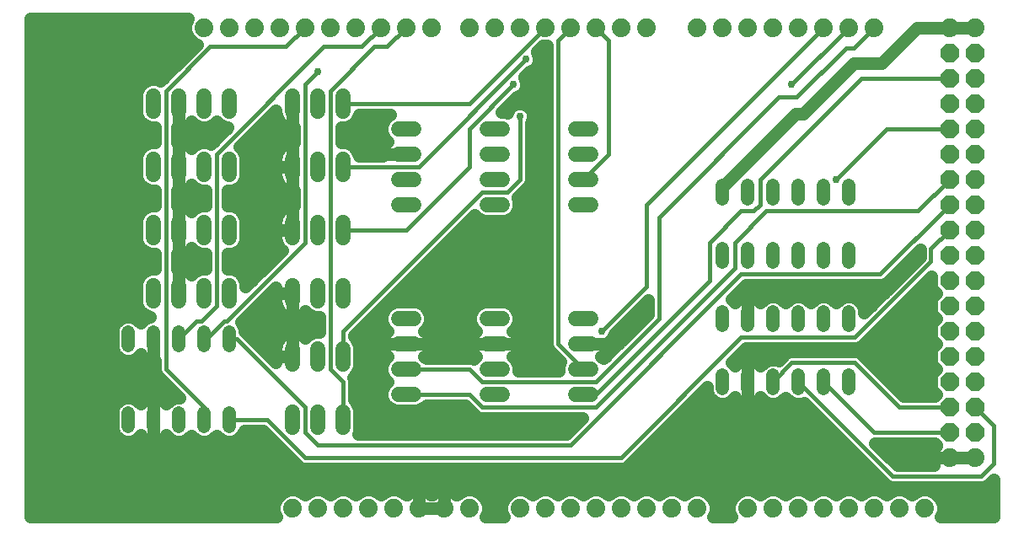
<source format=gbl>
G75*
%MOIN*%
%OFA0B0*%
%FSLAX25Y25*%
%IPPOS*%
%LPD*%
%AMOC8*
5,1,8,0,0,1.08239X$1,22.5*
%
%ADD10C,0.07400*%
%ADD11OC8,0.07400*%
%ADD12C,0.06000*%
%ADD13C,0.05200*%
%ADD14C,0.05000*%
%ADD15C,0.02978*%
%ADD16C,0.01600*%
D10*
X0136250Y0019200D03*
X0146250Y0019200D03*
X0156250Y0019200D03*
X0166250Y0019200D03*
X0176250Y0019200D03*
X0186250Y0019200D03*
X0196250Y0019200D03*
X0206250Y0019200D03*
X0226250Y0019200D03*
X0236250Y0019200D03*
X0246250Y0019200D03*
X0256250Y0019200D03*
X0266250Y0019200D03*
X0276250Y0019200D03*
X0286250Y0019200D03*
X0296250Y0019200D03*
X0316250Y0019200D03*
X0326250Y0019200D03*
X0336250Y0019200D03*
X0346250Y0019200D03*
X0356250Y0019200D03*
X0366250Y0019200D03*
X0376250Y0019200D03*
X0386250Y0019200D03*
X0396250Y0039200D03*
X0406250Y0039200D03*
X0406250Y0209200D03*
X0396250Y0209200D03*
X0366250Y0209200D03*
X0356250Y0209200D03*
X0346250Y0209200D03*
X0336250Y0209200D03*
X0326250Y0209200D03*
X0316250Y0209200D03*
X0306250Y0209200D03*
X0296250Y0209200D03*
X0276250Y0209200D03*
X0266250Y0209200D03*
X0256250Y0209200D03*
X0246250Y0209200D03*
X0236250Y0209200D03*
X0226250Y0209200D03*
X0216250Y0209200D03*
X0206250Y0209200D03*
X0191250Y0209200D03*
X0181250Y0209200D03*
X0171250Y0209200D03*
X0161250Y0209200D03*
X0151250Y0209200D03*
X0141250Y0209200D03*
X0131250Y0209200D03*
X0121250Y0209200D03*
X0111250Y0209200D03*
X0101250Y0209200D03*
D11*
X0396250Y0199200D03*
X0406250Y0199200D03*
X0406250Y0189200D03*
X0396250Y0189200D03*
X0396250Y0179200D03*
X0406250Y0179200D03*
X0406250Y0169200D03*
X0396250Y0169200D03*
X0396250Y0159200D03*
X0406250Y0159200D03*
X0406250Y0149200D03*
X0396250Y0149200D03*
X0396250Y0139200D03*
X0406250Y0139200D03*
X0406250Y0129200D03*
X0396250Y0129200D03*
X0396250Y0119200D03*
X0406250Y0119200D03*
X0406250Y0109200D03*
X0396250Y0109200D03*
X0396250Y0099200D03*
X0406250Y0099200D03*
X0406250Y0089200D03*
X0396250Y0089200D03*
X0396250Y0079200D03*
X0406250Y0079200D03*
X0406250Y0069200D03*
X0396250Y0069200D03*
X0396250Y0059200D03*
X0406250Y0059200D03*
X0406250Y0049200D03*
X0396250Y0049200D03*
D12*
X0254250Y0064200D02*
X0248250Y0064200D01*
X0248250Y0074200D02*
X0254250Y0074200D01*
X0254250Y0084200D02*
X0248250Y0084200D01*
X0248250Y0094200D02*
X0254250Y0094200D01*
X0219250Y0094200D02*
X0213250Y0094200D01*
X0213250Y0084200D02*
X0219250Y0084200D01*
X0219250Y0074200D02*
X0213250Y0074200D01*
X0213250Y0064200D02*
X0219250Y0064200D01*
X0184250Y0064200D02*
X0178250Y0064200D01*
X0178250Y0074200D02*
X0184250Y0074200D01*
X0184250Y0084200D02*
X0178250Y0084200D01*
X0178250Y0094200D02*
X0184250Y0094200D01*
X0156250Y0101200D02*
X0156250Y0107200D01*
X0146250Y0107200D02*
X0146250Y0101200D01*
X0136250Y0101200D02*
X0136250Y0107200D01*
X0111250Y0107200D02*
X0111250Y0101200D01*
X0101250Y0101200D02*
X0101250Y0107200D01*
X0091250Y0107200D02*
X0091250Y0101200D01*
X0081250Y0101200D02*
X0081250Y0107200D01*
X0081250Y0126200D02*
X0081250Y0132200D01*
X0091250Y0132200D02*
X0091250Y0126200D01*
X0101250Y0126200D02*
X0101250Y0132200D01*
X0111250Y0132200D02*
X0111250Y0126200D01*
X0136250Y0126200D02*
X0136250Y0132200D01*
X0146250Y0132200D02*
X0146250Y0126200D01*
X0156250Y0126200D02*
X0156250Y0132200D01*
X0178250Y0139200D02*
X0184250Y0139200D01*
X0184250Y0149200D02*
X0178250Y0149200D01*
X0178250Y0159200D02*
X0184250Y0159200D01*
X0184250Y0169200D02*
X0178250Y0169200D01*
X0156250Y0176200D02*
X0156250Y0182200D01*
X0146250Y0182200D02*
X0146250Y0176200D01*
X0136250Y0176200D02*
X0136250Y0182200D01*
X0111250Y0182200D02*
X0111250Y0176200D01*
X0101250Y0176200D02*
X0101250Y0182200D01*
X0091250Y0182200D02*
X0091250Y0176200D01*
X0081250Y0176200D02*
X0081250Y0182200D01*
X0081250Y0157200D02*
X0081250Y0151200D01*
X0091250Y0151200D02*
X0091250Y0157200D01*
X0101250Y0157200D02*
X0101250Y0151200D01*
X0111250Y0151200D02*
X0111250Y0157200D01*
X0136250Y0157200D02*
X0136250Y0151200D01*
X0146250Y0151200D02*
X0146250Y0157200D01*
X0156250Y0157200D02*
X0156250Y0151200D01*
X0213250Y0149200D02*
X0219250Y0149200D01*
X0219250Y0159200D02*
X0213250Y0159200D01*
X0213250Y0169200D02*
X0219250Y0169200D01*
X0248250Y0169200D02*
X0254250Y0169200D01*
X0254250Y0159200D02*
X0248250Y0159200D01*
X0248250Y0149200D02*
X0254250Y0149200D01*
X0254250Y0139200D02*
X0248250Y0139200D01*
X0219250Y0139200D02*
X0213250Y0139200D01*
X0156250Y0082200D02*
X0156250Y0076200D01*
X0146250Y0076200D02*
X0146250Y0082200D01*
X0136250Y0082200D02*
X0136250Y0076200D01*
X0136250Y0057200D02*
X0136250Y0051200D01*
X0146250Y0051200D02*
X0146250Y0057200D01*
X0156250Y0057200D02*
X0156250Y0051200D01*
D13*
X0111250Y0051600D02*
X0111250Y0056800D01*
X0101250Y0056800D02*
X0101250Y0051600D01*
X0091250Y0051600D02*
X0091250Y0056800D01*
X0081250Y0056800D02*
X0081250Y0051600D01*
X0071250Y0051600D02*
X0071250Y0056800D01*
X0071250Y0083600D02*
X0071250Y0088800D01*
X0081250Y0088800D02*
X0081250Y0083600D01*
X0091250Y0083600D02*
X0091250Y0088800D01*
X0101250Y0088800D02*
X0101250Y0083600D01*
X0111250Y0083600D02*
X0111250Y0088800D01*
X0306250Y0091600D02*
X0306250Y0096800D01*
X0316250Y0096800D02*
X0316250Y0091600D01*
X0326250Y0091600D02*
X0326250Y0096800D01*
X0336250Y0096800D02*
X0336250Y0091600D01*
X0346250Y0091600D02*
X0346250Y0096800D01*
X0356250Y0096800D02*
X0356250Y0091600D01*
X0356250Y0071800D02*
X0356250Y0066600D01*
X0346250Y0066600D02*
X0346250Y0071800D01*
X0336250Y0071800D02*
X0336250Y0066600D01*
X0326250Y0066600D02*
X0326250Y0071800D01*
X0316250Y0071800D02*
X0316250Y0066600D01*
X0306250Y0066600D02*
X0306250Y0071800D01*
X0306250Y0116600D02*
X0306250Y0121800D01*
X0316250Y0121800D02*
X0316250Y0116600D01*
X0326250Y0116600D02*
X0326250Y0121800D01*
X0336250Y0121800D02*
X0336250Y0116600D01*
X0346250Y0116600D02*
X0346250Y0121800D01*
X0356250Y0121800D02*
X0356250Y0116600D01*
X0356250Y0141600D02*
X0356250Y0146800D01*
X0346250Y0146800D02*
X0346250Y0141600D01*
X0336250Y0141600D02*
X0336250Y0146800D01*
X0326250Y0146800D02*
X0326250Y0141600D01*
X0316250Y0141600D02*
X0316250Y0146800D01*
X0306250Y0146800D02*
X0306250Y0141600D01*
D14*
X0032750Y0212661D02*
X0032750Y0015700D01*
X0129907Y0015700D01*
X0129050Y0017768D01*
X0129050Y0020632D01*
X0130146Y0023278D01*
X0132172Y0025304D01*
X0134818Y0026400D01*
X0137682Y0026400D01*
X0140328Y0025304D01*
X0141250Y0024382D01*
X0142172Y0025304D01*
X0144818Y0026400D01*
X0147682Y0026400D01*
X0150328Y0025304D01*
X0151250Y0024382D01*
X0152172Y0025304D01*
X0154818Y0026400D01*
X0157682Y0026400D01*
X0160328Y0025304D01*
X0161250Y0024382D01*
X0162172Y0025304D01*
X0164818Y0026400D01*
X0167682Y0026400D01*
X0170328Y0025304D01*
X0171250Y0024382D01*
X0172172Y0025304D01*
X0174818Y0026400D01*
X0177682Y0026400D01*
X0180328Y0025304D01*
X0181250Y0024382D01*
X0181493Y0024625D01*
X0182241Y0025199D01*
X0183059Y0025671D01*
X0183931Y0026033D01*
X0184842Y0026277D01*
X0185778Y0026400D01*
X0186250Y0026400D01*
X0186250Y0019200D01*
X0186250Y0019200D01*
X0196250Y0019200D01*
X0196250Y0019200D01*
X0196250Y0026400D01*
X0196722Y0026400D01*
X0197658Y0026277D01*
X0198569Y0026033D01*
X0199441Y0025671D01*
X0200259Y0025199D01*
X0201007Y0024625D01*
X0201250Y0024382D01*
X0202172Y0025304D01*
X0204818Y0026400D01*
X0207682Y0026400D01*
X0210328Y0025304D01*
X0212354Y0023278D01*
X0213450Y0020632D01*
X0213450Y0017768D01*
X0212593Y0015700D01*
X0219907Y0015700D01*
X0219050Y0017768D01*
X0219050Y0020632D01*
X0220146Y0023278D01*
X0222172Y0025304D01*
X0224818Y0026400D01*
X0227682Y0026400D01*
X0230328Y0025304D01*
X0231250Y0024382D01*
X0232172Y0025304D01*
X0234818Y0026400D01*
X0237682Y0026400D01*
X0240328Y0025304D01*
X0241250Y0024382D01*
X0242172Y0025304D01*
X0244818Y0026400D01*
X0247682Y0026400D01*
X0250328Y0025304D01*
X0251250Y0024382D01*
X0252172Y0025304D01*
X0254818Y0026400D01*
X0257682Y0026400D01*
X0260328Y0025304D01*
X0261250Y0024382D01*
X0262172Y0025304D01*
X0264818Y0026400D01*
X0267682Y0026400D01*
X0270328Y0025304D01*
X0271250Y0024382D01*
X0272172Y0025304D01*
X0274818Y0026400D01*
X0277682Y0026400D01*
X0280328Y0025304D01*
X0281250Y0024382D01*
X0282172Y0025304D01*
X0284818Y0026400D01*
X0287682Y0026400D01*
X0290328Y0025304D01*
X0291250Y0024382D01*
X0292172Y0025304D01*
X0294818Y0026400D01*
X0297682Y0026400D01*
X0300328Y0025304D01*
X0302354Y0023278D01*
X0303450Y0020632D01*
X0303450Y0017768D01*
X0302593Y0015700D01*
X0309907Y0015700D01*
X0309050Y0017768D01*
X0309050Y0020632D01*
X0310146Y0023278D01*
X0312172Y0025304D01*
X0314818Y0026400D01*
X0317682Y0026400D01*
X0320328Y0025304D01*
X0321250Y0024382D01*
X0322172Y0025304D01*
X0324818Y0026400D01*
X0327682Y0026400D01*
X0330328Y0025304D01*
X0331250Y0024382D01*
X0332172Y0025304D01*
X0334818Y0026400D01*
X0337682Y0026400D01*
X0340328Y0025304D01*
X0341250Y0024382D01*
X0342172Y0025304D01*
X0344818Y0026400D01*
X0347682Y0026400D01*
X0350328Y0025304D01*
X0351250Y0024382D01*
X0352172Y0025304D01*
X0354818Y0026400D01*
X0357682Y0026400D01*
X0360328Y0025304D01*
X0361250Y0024382D01*
X0362172Y0025304D01*
X0364818Y0026400D01*
X0367682Y0026400D01*
X0370328Y0025304D01*
X0371250Y0024382D01*
X0372172Y0025304D01*
X0374818Y0026400D01*
X0377682Y0026400D01*
X0380328Y0025304D01*
X0381250Y0024382D01*
X0382172Y0025304D01*
X0384818Y0026400D01*
X0387682Y0026400D01*
X0390328Y0025304D01*
X0392354Y0023278D01*
X0393450Y0020632D01*
X0393450Y0017768D01*
X0392593Y0015700D01*
X0413451Y0015700D01*
X0413451Y0030320D01*
X0412395Y0029264D01*
X0411186Y0028055D01*
X0409605Y0027400D01*
X0372895Y0027400D01*
X0371314Y0028055D01*
X0370105Y0029264D01*
X0370105Y0029264D01*
X0338457Y0060912D01*
X0337463Y0060500D01*
X0335037Y0060500D01*
X0332795Y0061429D01*
X0331250Y0062973D01*
X0329705Y0061429D01*
X0327463Y0060500D01*
X0325037Y0060500D01*
X0322795Y0061429D01*
X0321195Y0063028D01*
X0320903Y0062626D01*
X0320224Y0061947D01*
X0319447Y0061383D01*
X0318592Y0060947D01*
X0317678Y0060650D01*
X0316730Y0060500D01*
X0316250Y0060500D01*
X0316250Y0069200D01*
X0316250Y0069200D01*
X0316250Y0077900D01*
X0316730Y0077900D01*
X0317678Y0077750D01*
X0318592Y0077453D01*
X0319447Y0077017D01*
X0320224Y0076453D01*
X0320903Y0075774D01*
X0321195Y0075372D01*
X0322795Y0076971D01*
X0325037Y0077900D01*
X0327463Y0077900D01*
X0328457Y0077488D01*
X0331314Y0080345D01*
X0332895Y0081000D01*
X0359605Y0081000D01*
X0361186Y0080345D01*
X0362395Y0079136D01*
X0378031Y0063500D01*
X0390368Y0063500D01*
X0391068Y0064200D01*
X0389050Y0066218D01*
X0389050Y0072182D01*
X0391068Y0074200D01*
X0389050Y0076218D01*
X0389050Y0082182D01*
X0391068Y0084200D01*
X0389050Y0086218D01*
X0389050Y0092182D01*
X0391068Y0094200D01*
X0389050Y0096218D01*
X0389050Y0102182D01*
X0391068Y0104200D01*
X0389050Y0106218D01*
X0389050Y0110919D01*
X0361186Y0083055D01*
X0359605Y0082400D01*
X0315531Y0082400D01*
X0309904Y0076773D01*
X0311305Y0075372D01*
X0311597Y0075774D01*
X0312276Y0076453D01*
X0313053Y0077017D01*
X0313908Y0077453D01*
X0314822Y0077750D01*
X0315770Y0077900D01*
X0316250Y0077900D01*
X0316250Y0069200D01*
X0316250Y0069200D01*
X0316250Y0060500D01*
X0315770Y0060500D01*
X0314822Y0060650D01*
X0313908Y0060947D01*
X0313053Y0061383D01*
X0312276Y0061947D01*
X0311597Y0062626D01*
X0311305Y0063028D01*
X0309705Y0061429D01*
X0307463Y0060500D01*
X0305037Y0060500D01*
X0302795Y0061429D01*
X0301079Y0063145D01*
X0300150Y0065387D01*
X0300150Y0067019D01*
X0268686Y0035555D01*
X0267105Y0034900D01*
X0140395Y0034900D01*
X0138814Y0035555D01*
X0137605Y0036764D01*
X0124469Y0049900D01*
X0117148Y0049900D01*
X0116421Y0048145D01*
X0114705Y0046429D01*
X0112463Y0045500D01*
X0110037Y0045500D01*
X0107795Y0046429D01*
X0106250Y0047973D01*
X0104705Y0046429D01*
X0102463Y0045500D01*
X0100037Y0045500D01*
X0097795Y0046429D01*
X0096250Y0047973D01*
X0094705Y0046429D01*
X0092463Y0045500D01*
X0090037Y0045500D01*
X0087795Y0046429D01*
X0086195Y0048028D01*
X0085903Y0047626D01*
X0085224Y0046947D01*
X0084447Y0046383D01*
X0083592Y0045947D01*
X0082678Y0045650D01*
X0081730Y0045500D01*
X0081250Y0045500D01*
X0081250Y0054200D01*
X0081250Y0054200D01*
X0081250Y0062900D01*
X0081730Y0062900D01*
X0082678Y0062750D01*
X0083592Y0062453D01*
X0084447Y0062017D01*
X0085224Y0061453D01*
X0085903Y0060774D01*
X0086195Y0060372D01*
X0087795Y0061971D01*
X0090037Y0062900D01*
X0091469Y0062900D01*
X0083814Y0070555D01*
X0082605Y0071764D01*
X0081950Y0073345D01*
X0081950Y0077535D01*
X0081730Y0077500D01*
X0081250Y0077500D01*
X0081250Y0086200D01*
X0081250Y0086200D01*
X0081250Y0077500D01*
X0080770Y0077500D01*
X0079822Y0077650D01*
X0078908Y0077947D01*
X0078053Y0078383D01*
X0077276Y0078947D01*
X0076597Y0079626D01*
X0076305Y0080028D01*
X0074705Y0078429D01*
X0072463Y0077500D01*
X0070037Y0077500D01*
X0067795Y0078429D01*
X0066079Y0080145D01*
X0065150Y0082387D01*
X0065150Y0090013D01*
X0066079Y0092255D01*
X0067795Y0093971D01*
X0070037Y0094900D01*
X0072463Y0094900D01*
X0074705Y0093971D01*
X0076305Y0092372D01*
X0076597Y0092774D01*
X0077276Y0093453D01*
X0078053Y0094017D01*
X0078908Y0094453D01*
X0079822Y0094750D01*
X0079833Y0094752D01*
X0077568Y0095690D01*
X0075740Y0097518D01*
X0074750Y0099907D01*
X0074750Y0108493D01*
X0075740Y0110882D01*
X0077568Y0112710D01*
X0079957Y0113700D01*
X0081950Y0113700D01*
X0081950Y0119700D01*
X0079957Y0119700D01*
X0077568Y0120690D01*
X0075740Y0122518D01*
X0074750Y0124907D01*
X0074750Y0133493D01*
X0075740Y0135882D01*
X0077568Y0137710D01*
X0079957Y0138700D01*
X0081950Y0138700D01*
X0081950Y0144700D01*
X0079957Y0144700D01*
X0077568Y0145690D01*
X0075740Y0147518D01*
X0074750Y0149907D01*
X0074750Y0158493D01*
X0075740Y0160882D01*
X0077568Y0162710D01*
X0079957Y0163700D01*
X0081950Y0163700D01*
X0081950Y0169700D01*
X0079957Y0169700D01*
X0077568Y0170690D01*
X0075740Y0172518D01*
X0074750Y0174907D01*
X0074750Y0183493D01*
X0075740Y0185882D01*
X0077568Y0187710D01*
X0079957Y0188700D01*
X0082543Y0188700D01*
X0084046Y0188077D01*
X0098510Y0202542D01*
X0097172Y0203096D01*
X0095146Y0205122D01*
X0094050Y0207768D01*
X0094050Y0210632D01*
X0094890Y0212661D01*
X0032750Y0212661D01*
X0032750Y0209140D02*
X0094050Y0209140D01*
X0096126Y0204142D02*
X0032750Y0204142D01*
X0032750Y0199143D02*
X0095112Y0199143D01*
X0090114Y0194145D02*
X0032750Y0194145D01*
X0032750Y0189146D02*
X0085115Y0189146D01*
X0075021Y0184148D02*
X0032750Y0184148D01*
X0032750Y0179149D02*
X0074750Y0179149D01*
X0075063Y0174151D02*
X0032750Y0174151D01*
X0032750Y0169152D02*
X0081950Y0169152D01*
X0081950Y0164154D02*
X0032750Y0164154D01*
X0032750Y0159155D02*
X0075024Y0159155D01*
X0074750Y0154157D02*
X0032750Y0154157D01*
X0032750Y0149158D02*
X0075060Y0149158D01*
X0081950Y0144160D02*
X0032750Y0144160D01*
X0032750Y0139161D02*
X0081950Y0139161D01*
X0075027Y0134163D02*
X0032750Y0134163D01*
X0032750Y0129164D02*
X0074750Y0129164D01*
X0075057Y0124166D02*
X0032750Y0124166D01*
X0032750Y0119167D02*
X0081950Y0119167D01*
X0090550Y0119167D02*
X0101950Y0119167D01*
X0101950Y0119700D02*
X0101950Y0113700D01*
X0099957Y0113700D01*
X0097568Y0112710D01*
X0096236Y0111379D01*
X0096147Y0111495D01*
X0095545Y0112097D01*
X0094869Y0112616D01*
X0094131Y0113042D01*
X0093344Y0113368D01*
X0092521Y0113589D01*
X0091676Y0113700D01*
X0091250Y0113700D01*
X0091250Y0104200D01*
X0091250Y0104200D01*
X0091250Y0113700D01*
X0090824Y0113700D01*
X0090550Y0113664D01*
X0090550Y0119736D01*
X0090824Y0119700D01*
X0091250Y0119700D01*
X0091676Y0119700D01*
X0092521Y0119811D01*
X0093344Y0120032D01*
X0094131Y0120358D01*
X0094869Y0120784D01*
X0095545Y0121303D01*
X0096147Y0121905D01*
X0096236Y0122021D01*
X0097568Y0120690D01*
X0099957Y0119700D01*
X0101950Y0119700D01*
X0110550Y0119700D02*
X0112543Y0119700D01*
X0114932Y0120690D01*
X0116760Y0122518D01*
X0117750Y0124907D01*
X0117750Y0133493D01*
X0116760Y0135882D01*
X0114932Y0137710D01*
X0112543Y0138700D01*
X0110550Y0138700D01*
X0110550Y0144700D01*
X0112543Y0144700D01*
X0114932Y0145690D01*
X0116760Y0147518D01*
X0117750Y0149907D01*
X0117750Y0158493D01*
X0116760Y0160882D01*
X0115387Y0162256D01*
X0129750Y0176619D01*
X0129750Y0175774D01*
X0129861Y0174929D01*
X0130082Y0174106D01*
X0130408Y0173319D01*
X0130834Y0172581D01*
X0131353Y0171905D01*
X0131955Y0171303D01*
X0132631Y0170784D01*
X0133369Y0170358D01*
X0134156Y0170032D01*
X0134979Y0169811D01*
X0135824Y0169700D01*
X0136250Y0169700D01*
X0136676Y0169700D01*
X0136950Y0169736D01*
X0136950Y0163664D01*
X0136676Y0163700D01*
X0136250Y0163700D01*
X0136250Y0154200D01*
X0136250Y0154200D01*
X0136250Y0144700D01*
X0136676Y0144700D01*
X0136950Y0144736D01*
X0136950Y0138664D01*
X0136676Y0138700D01*
X0136250Y0138700D01*
X0136250Y0129200D01*
X0136250Y0129200D01*
X0136250Y0129200D01*
X0129750Y0129200D01*
X0129750Y0132626D01*
X0129861Y0133471D01*
X0130082Y0134294D01*
X0130408Y0135081D01*
X0130834Y0135819D01*
X0131353Y0136495D01*
X0131955Y0137097D01*
X0132631Y0137616D01*
X0133369Y0138042D01*
X0134156Y0138368D01*
X0134979Y0138589D01*
X0135824Y0138700D01*
X0136250Y0138700D01*
X0136250Y0129200D01*
X0129750Y0129200D01*
X0129750Y0125774D01*
X0129861Y0124929D01*
X0130082Y0124106D01*
X0130408Y0123319D01*
X0130834Y0122581D01*
X0131353Y0121905D01*
X0131955Y0121303D01*
X0132134Y0121165D01*
X0117750Y0106781D01*
X0117750Y0108493D01*
X0116760Y0110882D01*
X0114932Y0112710D01*
X0112543Y0113700D01*
X0110550Y0113700D01*
X0110550Y0119700D01*
X0110550Y0119167D02*
X0130136Y0119167D01*
X0130066Y0124166D02*
X0117443Y0124166D01*
X0117750Y0129164D02*
X0129750Y0129164D01*
X0130047Y0134163D02*
X0117473Y0134163D01*
X0110550Y0139161D02*
X0136950Y0139161D01*
X0136250Y0134163D02*
X0136250Y0134163D01*
X0136950Y0144160D02*
X0110550Y0144160D01*
X0117440Y0149158D02*
X0130068Y0149158D01*
X0130082Y0149106D02*
X0130408Y0148319D01*
X0130834Y0147581D01*
X0131353Y0146905D01*
X0131955Y0146303D01*
X0132631Y0145784D01*
X0133369Y0145358D01*
X0134156Y0145032D01*
X0134979Y0144811D01*
X0135824Y0144700D01*
X0136250Y0144700D01*
X0136250Y0154200D01*
X0136250Y0154200D01*
X0136250Y0154200D01*
X0129750Y0154200D01*
X0129750Y0157626D01*
X0129861Y0158471D01*
X0130082Y0159294D01*
X0130408Y0160081D01*
X0130834Y0160819D01*
X0131353Y0161495D01*
X0131955Y0162097D01*
X0132631Y0162616D01*
X0133369Y0163042D01*
X0134156Y0163368D01*
X0134979Y0163589D01*
X0135824Y0163700D01*
X0136250Y0163700D01*
X0136250Y0154200D01*
X0129750Y0154200D01*
X0129750Y0150774D01*
X0129861Y0149929D01*
X0130082Y0149106D01*
X0136250Y0149158D02*
X0136250Y0149158D01*
X0136250Y0154157D02*
X0136250Y0154157D01*
X0129750Y0154157D02*
X0117750Y0154157D01*
X0117476Y0159155D02*
X0130045Y0159155D01*
X0136250Y0159155D02*
X0136250Y0159155D01*
X0136950Y0164154D02*
X0117285Y0164154D01*
X0122283Y0169152D02*
X0136950Y0169152D01*
X0136250Y0169700D02*
X0136250Y0179200D01*
X0136250Y0179200D01*
X0136250Y0169700D01*
X0136250Y0174151D02*
X0136250Y0174151D01*
X0130070Y0174151D02*
X0127282Y0174151D01*
X0136250Y0179149D02*
X0136250Y0179149D01*
X0155550Y0169700D02*
X0157543Y0169700D01*
X0159932Y0170690D01*
X0161760Y0172518D01*
X0162747Y0174900D01*
X0175026Y0174900D01*
X0174568Y0174710D01*
X0172740Y0172882D01*
X0171750Y0170493D01*
X0171750Y0167907D01*
X0172740Y0165518D01*
X0174071Y0164186D01*
X0173955Y0164097D01*
X0173353Y0163495D01*
X0172834Y0162819D01*
X0172408Y0162081D01*
X0172082Y0161294D01*
X0171861Y0160471D01*
X0171750Y0159626D01*
X0171750Y0159200D01*
X0181250Y0159200D01*
X0181250Y0159200D01*
X0171750Y0159200D01*
X0171750Y0158774D01*
X0171786Y0158500D01*
X0162747Y0158500D01*
X0161760Y0160882D01*
X0159932Y0162710D01*
X0157543Y0163700D01*
X0155550Y0163700D01*
X0155550Y0169700D01*
X0155550Y0169152D02*
X0171750Y0169152D01*
X0174029Y0164154D02*
X0155550Y0164154D01*
X0162476Y0159155D02*
X0171750Y0159155D01*
X0174008Y0174151D02*
X0162437Y0174151D01*
X0110669Y0169700D02*
X0104046Y0163077D01*
X0102543Y0163700D01*
X0099957Y0163700D01*
X0097568Y0162710D01*
X0096236Y0161379D01*
X0096147Y0161495D01*
X0095545Y0162097D01*
X0094869Y0162616D01*
X0094131Y0163042D01*
X0093344Y0163368D01*
X0092521Y0163589D01*
X0091676Y0163700D01*
X0091250Y0163700D01*
X0091250Y0154200D01*
X0091250Y0154200D01*
X0091250Y0144700D01*
X0091676Y0144700D01*
X0092521Y0144811D01*
X0093344Y0145032D01*
X0094131Y0145358D01*
X0094869Y0145784D01*
X0095545Y0146303D01*
X0096147Y0146905D01*
X0096236Y0147021D01*
X0097568Y0145690D01*
X0099957Y0144700D01*
X0101950Y0144700D01*
X0101950Y0138700D01*
X0099957Y0138700D01*
X0097568Y0137710D01*
X0096236Y0136379D01*
X0096147Y0136495D01*
X0095545Y0137097D01*
X0094869Y0137616D01*
X0094131Y0138042D01*
X0093344Y0138368D01*
X0092521Y0138589D01*
X0091676Y0138700D01*
X0091250Y0138700D01*
X0091250Y0129200D01*
X0091250Y0129200D01*
X0091250Y0119700D01*
X0091250Y0129200D01*
X0091250Y0129200D01*
X0091250Y0138700D01*
X0090824Y0138700D01*
X0090550Y0138664D01*
X0090550Y0144736D01*
X0090824Y0144700D01*
X0091250Y0144700D01*
X0091250Y0154200D01*
X0091250Y0154200D01*
X0091250Y0163700D01*
X0090824Y0163700D01*
X0090550Y0163664D01*
X0090550Y0169736D01*
X0090824Y0169700D01*
X0091250Y0169700D01*
X0091676Y0169700D01*
X0092521Y0169811D01*
X0093344Y0170032D01*
X0094131Y0170358D01*
X0094869Y0170784D01*
X0095545Y0171303D01*
X0096147Y0171905D01*
X0096236Y0172021D01*
X0097568Y0170690D01*
X0099957Y0169700D01*
X0102543Y0169700D01*
X0104932Y0170690D01*
X0106250Y0172008D01*
X0107568Y0170690D01*
X0109957Y0169700D01*
X0110669Y0169700D01*
X0110121Y0169152D02*
X0090550Y0169152D01*
X0091250Y0169700D02*
X0091250Y0179200D01*
X0091250Y0169700D01*
X0091250Y0174151D02*
X0091250Y0174151D01*
X0091250Y0179149D02*
X0091250Y0179149D01*
X0091250Y0179200D02*
X0091250Y0179200D01*
X0090550Y0164154D02*
X0105123Y0164154D01*
X0091250Y0159155D02*
X0091250Y0159155D01*
X0091250Y0154157D02*
X0091250Y0154157D01*
X0091250Y0149158D02*
X0091250Y0149158D01*
X0090550Y0144160D02*
X0101950Y0144160D01*
X0101950Y0139161D02*
X0090550Y0139161D01*
X0091250Y0134163D02*
X0091250Y0134163D01*
X0091250Y0129164D02*
X0091250Y0129164D01*
X0091250Y0124166D02*
X0091250Y0124166D01*
X0090550Y0114169D02*
X0101950Y0114169D01*
X0110550Y0114169D02*
X0125138Y0114169D01*
X0120139Y0109170D02*
X0117469Y0109170D01*
X0127303Y0104172D02*
X0129750Y0104172D01*
X0129750Y0104200D02*
X0129750Y0100774D01*
X0129861Y0099929D01*
X0130082Y0099106D01*
X0130408Y0098319D01*
X0130834Y0097581D01*
X0131353Y0096905D01*
X0131955Y0096303D01*
X0132631Y0095784D01*
X0133369Y0095358D01*
X0134156Y0095032D01*
X0134979Y0094811D01*
X0135824Y0094700D01*
X0136250Y0094700D01*
X0136676Y0094700D01*
X0137521Y0094811D01*
X0138344Y0095032D01*
X0139131Y0095358D01*
X0139869Y0095784D01*
X0140545Y0096303D01*
X0141147Y0096905D01*
X0141236Y0097021D01*
X0142568Y0095690D01*
X0144957Y0094700D01*
X0146950Y0094700D01*
X0146950Y0088700D01*
X0144957Y0088700D01*
X0142568Y0087710D01*
X0141236Y0086379D01*
X0141147Y0086495D01*
X0140545Y0087097D01*
X0139869Y0087616D01*
X0139131Y0088042D01*
X0138344Y0088368D01*
X0137521Y0088589D01*
X0136676Y0088700D01*
X0136250Y0088700D01*
X0136250Y0079200D01*
X0136250Y0079200D01*
X0136250Y0079200D01*
X0129750Y0079200D01*
X0129750Y0082626D01*
X0129861Y0083471D01*
X0130082Y0084294D01*
X0130408Y0085081D01*
X0130834Y0085819D01*
X0131353Y0086495D01*
X0131955Y0087097D01*
X0132631Y0087616D01*
X0133369Y0088042D01*
X0134156Y0088368D01*
X0134979Y0088589D01*
X0135824Y0088700D01*
X0136250Y0088700D01*
X0136250Y0079200D01*
X0129750Y0079200D01*
X0129750Y0076781D01*
X0125395Y0081136D01*
X0124895Y0081636D01*
X0117895Y0088636D01*
X0117350Y0089181D01*
X0117350Y0090013D01*
X0116421Y0092255D01*
X0115904Y0092773D01*
X0129750Y0106619D01*
X0129750Y0104200D01*
X0136250Y0104200D01*
X0136250Y0094700D01*
X0136250Y0104200D01*
X0136250Y0104200D01*
X0136250Y0104200D01*
X0129750Y0104200D01*
X0136250Y0104172D02*
X0136250Y0104172D01*
X0136250Y0099173D02*
X0136250Y0099173D01*
X0130064Y0099173D02*
X0122304Y0099173D01*
X0117306Y0094175D02*
X0146950Y0094175D01*
X0146950Y0089176D02*
X0117355Y0089176D01*
X0122353Y0084178D02*
X0130051Y0084178D01*
X0124895Y0081636D02*
X0124895Y0081636D01*
X0127352Y0079179D02*
X0129750Y0079179D01*
X0136250Y0084178D02*
X0136250Y0084178D01*
X0160550Y0087092D02*
X0161760Y0085882D01*
X0162750Y0083493D01*
X0162750Y0074907D01*
X0161760Y0072518D01*
X0160183Y0070941D01*
X0160550Y0070055D01*
X0160550Y0062092D01*
X0161760Y0060882D01*
X0162750Y0058493D01*
X0162750Y0049907D01*
X0162167Y0048500D01*
X0244469Y0048500D01*
X0250869Y0054900D01*
X0210395Y0054900D01*
X0208814Y0055555D01*
X0207605Y0056764D01*
X0204469Y0059900D01*
X0189142Y0059900D01*
X0187932Y0058690D01*
X0185543Y0057700D01*
X0176957Y0057700D01*
X0174568Y0058690D01*
X0172740Y0060518D01*
X0171750Y0062907D01*
X0171750Y0065493D01*
X0172740Y0067882D01*
X0174058Y0069200D01*
X0172740Y0070518D01*
X0171750Y0072907D01*
X0171750Y0075493D01*
X0172740Y0077882D01*
X0174071Y0079213D01*
X0173955Y0079303D01*
X0173353Y0079905D01*
X0172834Y0080581D01*
X0172408Y0081319D01*
X0172082Y0082106D01*
X0171861Y0082929D01*
X0171750Y0083774D01*
X0171750Y0084200D01*
X0181250Y0084200D01*
X0190750Y0084200D01*
X0190750Y0084626D01*
X0190639Y0085471D01*
X0190418Y0086294D01*
X0190092Y0087081D01*
X0189666Y0087819D01*
X0189147Y0088495D01*
X0188545Y0089097D01*
X0188429Y0089186D01*
X0189760Y0090518D01*
X0190750Y0092907D01*
X0190750Y0095493D01*
X0189760Y0097882D01*
X0187932Y0099710D01*
X0185543Y0100700D01*
X0176957Y0100700D01*
X0174568Y0099710D01*
X0172740Y0097882D01*
X0171750Y0095493D01*
X0171750Y0092907D01*
X0172740Y0090518D01*
X0174071Y0089186D01*
X0173955Y0089097D01*
X0173353Y0088495D01*
X0172834Y0087819D01*
X0172408Y0087081D01*
X0172082Y0086294D01*
X0171861Y0085471D01*
X0171750Y0084626D01*
X0171750Y0084200D01*
X0181250Y0084200D01*
X0181250Y0084200D01*
X0181250Y0084200D01*
X0190750Y0084200D01*
X0190750Y0083774D01*
X0190639Y0082929D01*
X0190418Y0082106D01*
X0190092Y0081319D01*
X0189666Y0080581D01*
X0189147Y0079905D01*
X0188545Y0079303D01*
X0188429Y0079213D01*
X0189142Y0078500D01*
X0207105Y0078500D01*
X0207991Y0078133D01*
X0209071Y0079213D01*
X0208955Y0079303D01*
X0208353Y0079905D01*
X0207834Y0080581D01*
X0207408Y0081319D01*
X0207082Y0082106D01*
X0206861Y0082929D01*
X0206750Y0083774D01*
X0206750Y0084200D01*
X0216250Y0084200D01*
X0225750Y0084200D01*
X0225750Y0084626D01*
X0225639Y0085471D01*
X0225418Y0086294D01*
X0225092Y0087081D01*
X0224666Y0087819D01*
X0224147Y0088495D01*
X0223545Y0089097D01*
X0223429Y0089186D01*
X0224760Y0090518D01*
X0225750Y0092907D01*
X0225750Y0095493D01*
X0224760Y0097882D01*
X0222932Y0099710D01*
X0220543Y0100700D01*
X0211957Y0100700D01*
X0209568Y0099710D01*
X0207740Y0097882D01*
X0206750Y0095493D01*
X0206750Y0092907D01*
X0207740Y0090518D01*
X0209071Y0089186D01*
X0208955Y0089097D01*
X0208353Y0088495D01*
X0207834Y0087819D01*
X0207408Y0087081D01*
X0207082Y0086294D01*
X0206861Y0085471D01*
X0206750Y0084626D01*
X0206750Y0084200D01*
X0216250Y0084200D01*
X0216250Y0084200D01*
X0216250Y0084200D01*
X0225750Y0084200D01*
X0225750Y0083774D01*
X0225639Y0082929D01*
X0225418Y0082106D01*
X0225092Y0081319D01*
X0224666Y0080581D01*
X0224147Y0079905D01*
X0223545Y0079303D01*
X0223429Y0079213D01*
X0224760Y0077882D01*
X0225750Y0075493D01*
X0225750Y0073500D01*
X0241750Y0073500D01*
X0241750Y0075493D01*
X0242373Y0076996D01*
X0238814Y0080555D01*
X0237605Y0081764D01*
X0236950Y0083345D01*
X0236950Y0202000D01*
X0235131Y0202000D01*
X0232818Y0199687D01*
X0232979Y0199526D01*
X0233739Y0197692D01*
X0233739Y0195708D01*
X0232979Y0193874D01*
X0231576Y0192471D01*
X0229913Y0191782D01*
X0227818Y0189687D01*
X0227979Y0189526D01*
X0228739Y0187692D01*
X0228739Y0185708D01*
X0227979Y0183874D01*
X0226576Y0182471D01*
X0224913Y0181782D01*
X0218831Y0175700D01*
X0220543Y0175700D01*
X0221335Y0175372D01*
X0222021Y0177026D01*
X0223424Y0178429D01*
X0225258Y0179189D01*
X0227242Y0179189D01*
X0229076Y0178429D01*
X0230479Y0177026D01*
X0231239Y0175192D01*
X0231239Y0173208D01*
X0230550Y0171544D01*
X0230550Y0148345D01*
X0229895Y0146764D01*
X0228686Y0145555D01*
X0225127Y0141996D01*
X0225750Y0140493D01*
X0225750Y0137907D01*
X0224760Y0135518D01*
X0222932Y0133690D01*
X0220543Y0132700D01*
X0211957Y0132700D01*
X0209568Y0133690D01*
X0208194Y0135063D01*
X0160550Y0087419D01*
X0160550Y0087092D01*
X0162307Y0089176D02*
X0174058Y0089176D01*
X0171750Y0084178D02*
X0162466Y0084178D01*
X0162750Y0079179D02*
X0174037Y0079179D01*
X0171750Y0074181D02*
X0162449Y0074181D01*
X0160550Y0069182D02*
X0174040Y0069182D01*
X0171750Y0064184D02*
X0160550Y0064184D01*
X0162463Y0059185D02*
X0174072Y0059185D01*
X0162750Y0054187D02*
X0250155Y0054187D01*
X0245157Y0049188D02*
X0162452Y0049188D01*
X0135178Y0039191D02*
X0032750Y0039191D01*
X0032750Y0044190D02*
X0130179Y0044190D01*
X0125181Y0049188D02*
X0116854Y0049188D01*
X0090185Y0064184D02*
X0032750Y0064184D01*
X0032750Y0069182D02*
X0085187Y0069182D01*
X0081950Y0074181D02*
X0032750Y0074181D01*
X0032750Y0079179D02*
X0067044Y0079179D01*
X0065150Y0084178D02*
X0032750Y0084178D01*
X0032750Y0089176D02*
X0065150Y0089176D01*
X0068286Y0094175D02*
X0032750Y0094175D01*
X0032750Y0099173D02*
X0075054Y0099173D01*
X0074750Y0104172D02*
X0032750Y0104172D01*
X0032750Y0109170D02*
X0075031Y0109170D01*
X0081950Y0114169D02*
X0032750Y0114169D01*
X0074214Y0094175D02*
X0078362Y0094175D01*
X0081250Y0084178D02*
X0081250Y0084178D01*
X0081250Y0079179D02*
X0081250Y0079179D01*
X0077044Y0079179D02*
X0075456Y0079179D01*
X0072463Y0062900D02*
X0070037Y0062900D01*
X0067795Y0061971D01*
X0066079Y0060255D01*
X0065150Y0058013D01*
X0065150Y0050387D01*
X0066079Y0048145D01*
X0067795Y0046429D01*
X0070037Y0045500D01*
X0072463Y0045500D01*
X0074705Y0046429D01*
X0076305Y0048028D01*
X0076597Y0047626D01*
X0077276Y0046947D01*
X0078053Y0046383D01*
X0078908Y0045947D01*
X0079822Y0045650D01*
X0080770Y0045500D01*
X0081250Y0045500D01*
X0081250Y0054200D01*
X0081250Y0054200D01*
X0081250Y0062900D01*
X0080770Y0062900D01*
X0079822Y0062750D01*
X0078908Y0062453D01*
X0078053Y0062017D01*
X0077276Y0061453D01*
X0076597Y0060774D01*
X0076305Y0060372D01*
X0074705Y0061971D01*
X0072463Y0062900D01*
X0065635Y0059185D02*
X0032750Y0059185D01*
X0032750Y0054187D02*
X0065150Y0054187D01*
X0065646Y0049188D02*
X0032750Y0049188D01*
X0032750Y0034193D02*
X0365176Y0034193D01*
X0370175Y0029194D02*
X0032750Y0029194D01*
X0032750Y0024196D02*
X0131063Y0024196D01*
X0129050Y0019197D02*
X0032750Y0019197D01*
X0081250Y0049188D02*
X0081250Y0049188D01*
X0081250Y0054187D02*
X0081250Y0054187D01*
X0081250Y0059185D02*
X0081250Y0059185D01*
X0167306Y0094175D02*
X0171750Y0094175D01*
X0172304Y0099173D02*
X0174031Y0099173D01*
X0177303Y0104172D02*
X0236950Y0104172D01*
X0236950Y0109170D02*
X0182301Y0109170D01*
X0187300Y0114169D02*
X0236950Y0114169D01*
X0236950Y0119167D02*
X0192298Y0119167D01*
X0197297Y0124166D02*
X0236950Y0124166D01*
X0236950Y0129164D02*
X0202295Y0129164D01*
X0207294Y0134163D02*
X0209095Y0134163D01*
X0223405Y0134163D02*
X0236950Y0134163D01*
X0236950Y0139161D02*
X0225750Y0139161D01*
X0227291Y0144160D02*
X0236950Y0144160D01*
X0236950Y0149158D02*
X0230550Y0149158D01*
X0230550Y0154157D02*
X0236950Y0154157D01*
X0236950Y0159155D02*
X0230550Y0159155D01*
X0230550Y0164154D02*
X0236950Y0164154D01*
X0236950Y0169152D02*
X0230550Y0169152D01*
X0231239Y0174151D02*
X0236950Y0174151D01*
X0236950Y0179149D02*
X0227338Y0179149D01*
X0225162Y0179149D02*
X0222280Y0179149D01*
X0228093Y0184148D02*
X0236950Y0184148D01*
X0236950Y0189146D02*
X0228137Y0189146D01*
X0233092Y0194145D02*
X0236950Y0194145D01*
X0236950Y0199143D02*
X0233138Y0199143D01*
X0306250Y0146200D02*
X0335250Y0175200D01*
X0338331Y0175200D01*
X0358331Y0195200D01*
X0369250Y0195200D01*
X0383250Y0209200D01*
X0396250Y0209200D01*
X0406250Y0209200D01*
X0306250Y0146200D02*
X0306250Y0144200D01*
X0369605Y0107400D02*
X0371186Y0108055D01*
X0384450Y0121319D01*
X0384450Y0118481D01*
X0362350Y0096381D01*
X0362350Y0098013D01*
X0361421Y0100255D01*
X0359705Y0101971D01*
X0357463Y0102900D01*
X0355037Y0102900D01*
X0352795Y0101971D01*
X0351250Y0100427D01*
X0349705Y0101971D01*
X0347463Y0102900D01*
X0345037Y0102900D01*
X0342795Y0101971D01*
X0341250Y0100427D01*
X0339705Y0101971D01*
X0337463Y0102900D01*
X0335037Y0102900D01*
X0332795Y0101971D01*
X0331250Y0100427D01*
X0329705Y0101971D01*
X0327463Y0102900D01*
X0325037Y0102900D01*
X0322795Y0101971D01*
X0321195Y0100372D01*
X0320903Y0100774D01*
X0320224Y0101453D01*
X0319447Y0102017D01*
X0318592Y0102453D01*
X0317678Y0102750D01*
X0316730Y0102900D01*
X0316250Y0102900D01*
X0316250Y0094200D01*
X0316250Y0094200D01*
X0316250Y0102900D01*
X0315770Y0102900D01*
X0314822Y0102750D01*
X0313908Y0102453D01*
X0313053Y0102017D01*
X0312276Y0101453D01*
X0311597Y0100774D01*
X0311305Y0100372D01*
X0309904Y0101773D01*
X0315531Y0107400D01*
X0369605Y0107400D01*
X0372301Y0109170D02*
X0375139Y0109170D01*
X0377300Y0114169D02*
X0380138Y0114169D01*
X0387301Y0109170D02*
X0389050Y0109170D01*
X0391039Y0104172D02*
X0382303Y0104172D01*
X0377304Y0099173D02*
X0389050Y0099173D01*
X0391042Y0094175D02*
X0372306Y0094175D01*
X0365142Y0099173D02*
X0361870Y0099173D01*
X0370141Y0104172D02*
X0312303Y0104172D01*
X0316250Y0099173D02*
X0316250Y0099173D01*
X0312310Y0079179D02*
X0330148Y0079179D01*
X0316250Y0074181D02*
X0316250Y0074181D01*
X0316250Y0069182D02*
X0316250Y0069182D01*
X0316250Y0064184D02*
X0316250Y0064184D01*
X0300648Y0064184D02*
X0297315Y0064184D01*
X0292316Y0059185D02*
X0340184Y0059185D01*
X0345182Y0054187D02*
X0287318Y0054187D01*
X0282319Y0049188D02*
X0350181Y0049188D01*
X0355179Y0044190D02*
X0277321Y0044190D01*
X0272322Y0039191D02*
X0360178Y0039191D01*
X0366631Y0044900D02*
X0367105Y0044900D01*
X0390368Y0044900D01*
X0391068Y0044200D01*
X0390825Y0043957D01*
X0390251Y0043209D01*
X0389779Y0042391D01*
X0389417Y0041519D01*
X0389173Y0040608D01*
X0389050Y0039672D01*
X0389050Y0039200D01*
X0396250Y0039200D01*
X0406250Y0039200D01*
X0406250Y0039200D01*
X0399050Y0039200D01*
X0396250Y0039200D01*
X0396250Y0039200D01*
X0396250Y0039200D01*
X0389050Y0039200D01*
X0389050Y0038728D01*
X0389173Y0037792D01*
X0389417Y0036881D01*
X0389779Y0036009D01*
X0389784Y0036000D01*
X0375531Y0036000D01*
X0366631Y0044900D01*
X0367342Y0044190D02*
X0391057Y0044190D01*
X0389050Y0039191D02*
X0372340Y0039191D01*
X0391437Y0024196D02*
X0413451Y0024196D01*
X0413451Y0029194D02*
X0412325Y0029194D01*
X0413451Y0019197D02*
X0393450Y0019197D01*
X0391051Y0064184D02*
X0377347Y0064184D01*
X0372349Y0069182D02*
X0389050Y0069182D01*
X0391048Y0074181D02*
X0367350Y0074181D01*
X0362352Y0079179D02*
X0389050Y0079179D01*
X0391045Y0084178D02*
X0362309Y0084178D01*
X0367307Y0089176D02*
X0389050Y0089176D01*
X0384450Y0119167D02*
X0382298Y0119167D01*
X0276950Y0101319D02*
X0276950Y0095981D01*
X0259306Y0078337D01*
X0258429Y0079213D01*
X0258545Y0079303D01*
X0259147Y0079905D01*
X0259666Y0080581D01*
X0260092Y0081319D01*
X0260418Y0082106D01*
X0260639Y0082929D01*
X0260750Y0083774D01*
X0260750Y0084200D01*
X0260750Y0084626D01*
X0260750Y0084628D01*
X0261576Y0084971D01*
X0262979Y0086374D01*
X0263668Y0088037D01*
X0276950Y0101319D01*
X0276950Y0099173D02*
X0274804Y0099173D01*
X0275144Y0094175D02*
X0269806Y0094175D01*
X0270145Y0089176D02*
X0264807Y0089176D01*
X0265147Y0084178D02*
X0260750Y0084178D01*
X0260750Y0084200D02*
X0251250Y0084200D01*
X0260750Y0084200D01*
X0260148Y0079179D02*
X0258463Y0079179D01*
X0251250Y0084200D02*
X0251250Y0084200D01*
X0240190Y0079179D02*
X0223463Y0079179D01*
X0225750Y0074181D02*
X0241750Y0074181D01*
X0236950Y0084178D02*
X0225750Y0084178D01*
X0223442Y0089176D02*
X0236950Y0089176D01*
X0236950Y0094175D02*
X0225750Y0094175D01*
X0223469Y0099173D02*
X0236950Y0099173D01*
X0209031Y0099173D02*
X0188469Y0099173D01*
X0190750Y0094175D02*
X0206750Y0094175D01*
X0209058Y0089176D02*
X0188442Y0089176D01*
X0190750Y0084178D02*
X0206750Y0084178D01*
X0209037Y0079179D02*
X0188463Y0079179D01*
X0188427Y0059185D02*
X0205184Y0059185D01*
X0196250Y0026400D02*
X0195778Y0026400D01*
X0194842Y0026277D01*
X0193931Y0026033D01*
X0193059Y0025671D01*
X0192241Y0025199D01*
X0191493Y0024625D01*
X0191250Y0024382D01*
X0191007Y0024625D01*
X0190259Y0025199D01*
X0189441Y0025671D01*
X0188569Y0026033D01*
X0187658Y0026277D01*
X0186722Y0026400D01*
X0186250Y0026400D01*
X0186250Y0019200D01*
X0186250Y0019200D01*
X0189050Y0019200D01*
X0196250Y0019200D01*
X0196250Y0026400D01*
X0196250Y0024196D02*
X0196250Y0024196D01*
X0196250Y0019200D02*
X0196250Y0019200D01*
X0186250Y0024196D02*
X0186250Y0024196D01*
X0211437Y0024196D02*
X0221063Y0024196D01*
X0219050Y0019197D02*
X0213450Y0019197D01*
X0301437Y0024196D02*
X0311063Y0024196D01*
X0309050Y0019197D02*
X0303450Y0019197D01*
X0091250Y0109170D02*
X0091250Y0109170D01*
D15*
X0130250Y0121200D03*
X0130250Y0142200D03*
X0130250Y0167200D03*
X0146250Y0191700D03*
X0223750Y0186700D03*
X0228750Y0196700D03*
X0226250Y0174200D03*
X0234250Y0154200D03*
X0333750Y0186700D03*
X0351250Y0149200D03*
X0258750Y0089200D03*
X0224250Y0089200D03*
X0208250Y0089200D03*
X0189250Y0089200D03*
X0298250Y0063200D03*
X0077250Y0071200D03*
D16*
X0086250Y0074200D02*
X0086250Y0184200D01*
X0103750Y0201700D01*
X0133750Y0201700D01*
X0141250Y0209200D01*
X0148750Y0201700D02*
X0163750Y0201700D01*
X0171250Y0209200D01*
X0173750Y0201700D02*
X0181250Y0209200D01*
X0173750Y0201700D02*
X0168750Y0201700D01*
X0151250Y0184200D01*
X0151250Y0074200D01*
X0156250Y0069200D01*
X0156250Y0054200D01*
X0146250Y0044200D02*
X0141250Y0049200D01*
X0141250Y0059200D01*
X0121750Y0078700D01*
X0121250Y0079200D01*
X0114250Y0086200D01*
X0111250Y0086200D01*
X0110250Y0093200D02*
X0109427Y0093200D01*
X0102427Y0086200D01*
X0101250Y0086200D01*
X0098250Y0093200D02*
X0091250Y0086200D01*
X0098250Y0093200D02*
X0100250Y0093200D01*
X0106250Y0099200D01*
X0106250Y0159200D01*
X0148750Y0201700D01*
X0146250Y0191700D02*
X0141250Y0186700D01*
X0141250Y0124200D01*
X0110250Y0093200D01*
X0086250Y0074200D02*
X0101250Y0059200D01*
X0101250Y0054200D01*
X0111250Y0054200D02*
X0126250Y0054200D01*
X0141250Y0039200D01*
X0266250Y0039200D01*
X0313750Y0086700D01*
X0358750Y0086700D01*
X0388750Y0116700D01*
X0388750Y0121700D01*
X0396250Y0129200D01*
X0383750Y0136700D02*
X0396250Y0149200D01*
X0396250Y0139200D02*
X0368750Y0111700D01*
X0313750Y0111700D01*
X0246250Y0044200D01*
X0146250Y0044200D01*
X0181250Y0064200D02*
X0206250Y0064200D01*
X0211250Y0059200D01*
X0256250Y0059200D01*
X0311250Y0114200D01*
X0311250Y0124200D01*
X0323750Y0136700D01*
X0383750Y0136700D01*
X0371250Y0169200D02*
X0351250Y0149200D01*
X0321250Y0149200D02*
X0321250Y0139200D01*
X0318750Y0136700D01*
X0313750Y0136700D01*
X0301250Y0124200D01*
X0301250Y0109200D01*
X0256250Y0064200D01*
X0251250Y0064200D01*
X0256250Y0069200D02*
X0281250Y0094200D01*
X0281250Y0134200D01*
X0328750Y0181700D01*
X0335750Y0181700D01*
X0355250Y0201200D01*
X0358250Y0201200D01*
X0366250Y0209200D01*
X0356250Y0209200D02*
X0333750Y0186700D01*
X0361250Y0189200D02*
X0396250Y0189200D01*
X0361250Y0189200D02*
X0321250Y0149200D01*
X0313750Y0151700D02*
X0306250Y0144200D01*
X0276250Y0139200D02*
X0346250Y0209200D01*
X0371250Y0169200D02*
X0396250Y0169200D01*
X0276250Y0139200D02*
X0276250Y0106700D01*
X0258750Y0089200D01*
X0251250Y0074200D02*
X0241250Y0084200D01*
X0241250Y0204200D01*
X0246250Y0209200D01*
X0236250Y0209200D02*
X0206250Y0179200D01*
X0156250Y0179200D01*
X0156250Y0154200D02*
X0186250Y0154200D01*
X0228750Y0196700D01*
X0223750Y0186700D02*
X0206250Y0169200D01*
X0206250Y0154200D01*
X0181250Y0129200D01*
X0156250Y0129200D01*
X0156250Y0089200D02*
X0211250Y0144200D01*
X0221250Y0144200D01*
X0226250Y0149200D01*
X0226250Y0174200D01*
X0251250Y0149200D02*
X0261250Y0159200D01*
X0261250Y0204200D01*
X0256250Y0209200D01*
X0156250Y0089200D02*
X0156250Y0079200D01*
X0181250Y0074200D02*
X0206250Y0074200D01*
X0211250Y0069200D01*
X0256250Y0069200D01*
X0326250Y0069200D02*
X0333750Y0076700D01*
X0358750Y0076700D01*
X0376250Y0059200D01*
X0396250Y0059200D01*
X0406250Y0059200D02*
X0413750Y0051700D01*
X0413750Y0036700D01*
X0408750Y0031700D01*
X0373750Y0031700D01*
X0336250Y0069200D01*
X0346250Y0069200D02*
X0366250Y0049200D01*
X0396250Y0049200D01*
M02*

</source>
